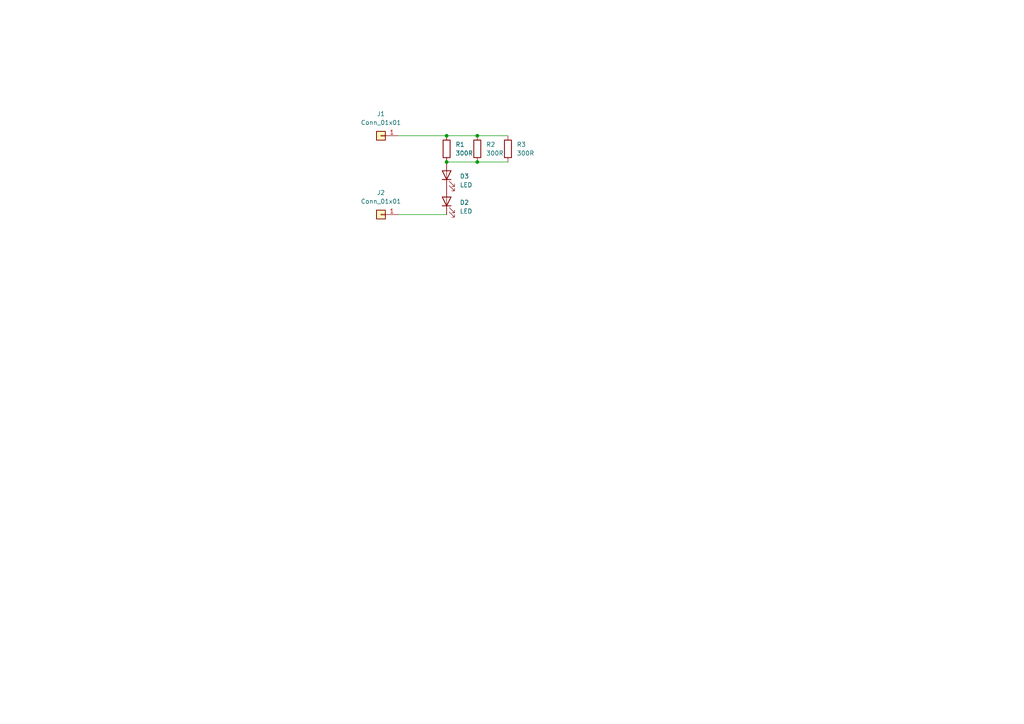
<source format=kicad_sch>
(kicad_sch (version 20211123) (generator eeschema)
  (paper "A4")
  (lib_symbols
    (symbol "Connector_Generic:Conn_01x01" (pin_names (offset 1.016) hide)
      (property "Reference" "J" (at 0 2.54 0))
      (property "Value" "Conn_01x01" (at 0 -2.54 0))
      (symbol "Conn_01x01_1_1"
        (rectangle (start -1.27 0.127) (end 0 -0.127) (stroke (width 0.1524)))
        (rectangle (start -1.27 1.27) (end 1.27 -1.27) (stroke (width 0.254)) (fill (type background)))
        (pin passive line (at -5.08 0 0) (length 3.81) (name "Pin_1") (number "1"))
      )
    )
    (symbol "Device:LED" (pin_numbers hide) (pin_names (offset 1.016) hide)
      (property "Reference" "D" (at 0 2.54 0))
      (property "Value" "LED" (at 0 -2.54 0))
      (symbol "LED_0_1"
        (polyline (pts (xy -1.27 -1.27) (xy -1.27 1.27)) (stroke (width 0.254)))
        (polyline (pts (xy -1.27 0) (xy 1.27 0)))
        (polyline (pts (xy 1.27 -1.27) (xy 1.27 1.27) (xy -1.27 0) (xy 1.27 -1.27)) (stroke (width 0.254)))
        (polyline (pts (xy -3.048 -0.762) (xy -4.572 -2.286) (xy -3.81 -2.286) (xy -4.572 -2.286) (xy -4.572 -1.524)))
        (polyline (pts (xy -1.778 -0.762) (xy -3.302 -2.286) (xy -2.54 -2.286) (xy -3.302 -2.286) (xy -3.302 -1.524)))
      )
      (symbol "LED_1_1"
        (pin passive line (at -3.81 0 0) (length 2.54) (name "K") (number "1"))
        (pin passive line (at 3.81 0 180) (length 2.54) (name "A") (number "2"))
      )
    )
    (symbol "Device:R" (pin_numbers hide) (pin_names (offset 0))
      (property "Reference" "R" (at 2.032 0 90))
      (property "Value" "R" (at 0 0 90))
      (symbol "R_0_1"
        (rectangle (start -1.016 -2.54) (end 1.016 2.54) (stroke (width 0.254)))
      )
      (symbol "R_1_1"
        (pin passive line (at 0 3.81 270) (length 1.27) (name "~") (number "1"))
        (pin passive line (at 0 -3.81 90) (length 1.27) (name "~") (number "2"))
      )
    )
  )
  (junction (at 129.54 46.99))
  (junction (at 138.43 39.37))
  (junction (at 138.43 46.99))
  (junction (at 129.54 39.37))
  (wire (pts (xy 115.57 62.23) (xy 129.54 62.23)))
  (wire (pts (xy 129.54 39.37) (xy 138.43 39.37)))
  (wire (pts (xy 115.57 39.37) (xy 129.54 39.37)))
  (wire (pts (xy 138.43 39.37) (xy 147.32 39.37)))
  (wire (pts (xy 138.43 46.99) (xy 147.32 46.99)))
  (wire (pts (xy 129.54 46.99) (xy 138.43 46.99)))
  (symbol (lib_id "Connector_Generic:Conn_01x01") (at 110.49 39.37 180) (unit 1)
    (property "Reference" "J1" (at 110.49 33.02 0))
    (property "Value" "Conn_01x01" (at 110.49 35.56 0))
    (property "Footprint" "AlfredoFootprints:TGD-antenna-THT" (effects hide))
  )
  (symbol (lib_id "Device:R") (at 129.54 43.18 0) (unit 1)
    (property "Reference" "R1" (at 132.08 41.9099 0) (effects (justify left)))
    (property "Value" "300R" (at 132.08 44.4499 0) (effects (justify left)))
    (property "Footprint" "Resistor_SMD:R_1206_3216Metric" (effects hide))
    (property "Datasheet" "https://lcsc.com/product-detail/Chip-Resistor---Surface-Mount_UNI-ROYALUniroyal-Elec-UNI-ROYALUniroyal-Elec-1206W4F3000T5E_C17887.html" (effects hide))
    (property "LCSC" "C17887" (effects hide))
  )
  (symbol (lib_id "Device:R") (at 147.32 43.18 0) (unit 1)
    (property "Reference" "R3" (at 149.86 41.9099 0) (effects (justify left)))
    (property "Value" "300R" (at 149.86 44.4499 0) (effects (justify left)))
    (property "Footprint" "Resistor_SMD:R_1206_3216Metric" (effects hide))
    (property "Datasheet" "https://lcsc.com/product-detail/Chip-Resistor---Surface-Mount_UNI-ROYALUniroyal-Elec-UNI-ROYALUniroyal-Elec-1206W4F3000T5E_C17887.html" (effects hide))
    (property "LCSC" "C17887" (effects hide))
  )
  (symbol (lib_id "Device:LED") (at 129.54 50.8 90) (unit 1)
    (property "Reference" "D3" (at 133.35 51.1174 90) (effects (justify right)))
    (property "Value" "LED" (at 133.35 53.6574 90) (effects (justify right)))
    (property "Footprint" "AlfredoFootprints:SMD_LED_5730" (effects hide))
  )
  (symbol (lib_id "Device:LED") (at 129.54 58.42 90) (unit 1)
    (property "Reference" "D2" (at 133.35 58.7374 90) (effects (justify right)))
    (property "Value" "LED" (at 133.35 61.2774 90) (effects (justify right)))
    (property "Footprint" "AlfredoFootprints:SMD_LED_5730" (effects hide))
  )
  (symbol (lib_id "Device:R") (at 138.43 43.18 0) (unit 1)
    (property "Reference" "R2" (at 140.97 41.9099 0) (effects (justify left)))
    (property "Value" "300R" (at 140.97 44.4499 0) (effects (justify left)))
    (property "Footprint" "Resistor_SMD:R_1206_3216Metric" (effects hide))
    (property "Datasheet" "https://lcsc.com/product-detail/Chip-Resistor---Surface-Mount_UNI-ROYALUniroyal-Elec-UNI-ROYALUniroyal-Elec-1206W4F3000T5E_C17887.html" (effects hide))
    (property "LCSC" "C17887" (effects hide))
  )
  (symbol (lib_id "Connector_Generic:Conn_01x01") (at 110.49 62.23 180) (unit 1)
    (property "Reference" "J2" (at 110.49 55.88 0))
    (property "Value" "Conn_01x01" (at 110.49 58.42 0))
    (property "Footprint" "AlfredoFootprints:TGD-antenna-THT" (effects hide))
  )
)
</source>
